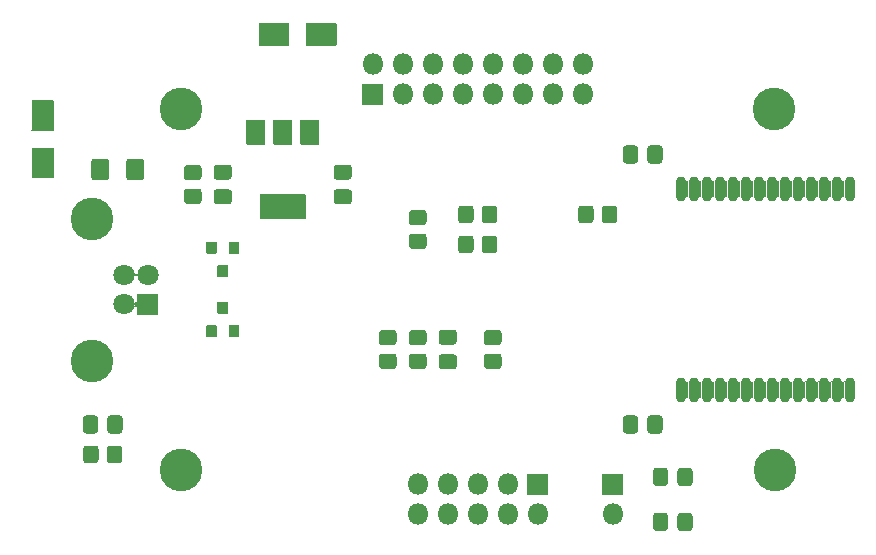
<source format=gbr>
G04 #@! TF.GenerationSoftware,KiCad,Pcbnew,(5.1.9)-1*
G04 #@! TF.CreationDate,2021-03-07T13:30:36+01:00*
G04 #@! TF.ProjectId,Minew MS88SF2 breakout,4d696e65-7720-44d5-9338-385346322062,rev?*
G04 #@! TF.SameCoordinates,Original*
G04 #@! TF.FileFunction,Soldermask,Top*
G04 #@! TF.FilePolarity,Negative*
%FSLAX46Y46*%
G04 Gerber Fmt 4.6, Leading zero omitted, Abs format (unit mm)*
G04 Created by KiCad (PCBNEW (5.1.9)-1) date 2021-03-07 13:30:36*
%MOMM*%
%LPD*%
G01*
G04 APERTURE LIST*
%ADD10O,1.802000X1.802000*%
%ADD11O,0.902000X2.102000*%
%ADD12C,3.602000*%
%ADD13C,1.802000*%
%ADD14C,0.100000*%
G04 APERTURE END LIST*
G36*
G01*
X-23650248Y9239000D02*
X-24609752Y9239000D01*
G75*
G02*
X-24881000Y9510248I0J271248D01*
G01*
X-24881000Y10269752D01*
G75*
G02*
X-24609752Y10541000I271248J0D01*
G01*
X-23650248Y10541000D01*
G75*
G02*
X-23379000Y10269752I0J-271248D01*
G01*
X-23379000Y9510248D01*
G75*
G02*
X-23650248Y9239000I-271248J0D01*
G01*
G37*
G36*
G01*
X-23650248Y7239000D02*
X-24609752Y7239000D01*
G75*
G02*
X-24881000Y7510248I0J271248D01*
G01*
X-24881000Y8269752D01*
G75*
G02*
X-24609752Y8541000I271248J0D01*
G01*
X-23650248Y8541000D01*
G75*
G02*
X-23379000Y8269752I0J-271248D01*
G01*
X-23379000Y7510248D01*
G75*
G02*
X-23650248Y7239000I-271248J0D01*
G01*
G37*
G36*
G01*
X13571000Y11934298D02*
X13571000Y10925702D01*
G75*
G02*
X13299298Y10654000I-271702J0D01*
G01*
X12565702Y10654000D01*
G75*
G02*
X12294000Y10925702I0J271702D01*
G01*
X12294000Y11934298D01*
G75*
G02*
X12565702Y12206000I271702J0D01*
G01*
X13299298Y12206000D01*
G75*
G02*
X13571000Y11934298I0J-271702D01*
G01*
G37*
G36*
G01*
X15646000Y11934298D02*
X15646000Y10925702D01*
G75*
G02*
X15374298Y10654000I-271702J0D01*
G01*
X14640702Y10654000D01*
G75*
G02*
X14369000Y10925702I0J271702D01*
G01*
X14369000Y11934298D01*
G75*
G02*
X14640702Y12206000I271702J0D01*
G01*
X15374298Y12206000D01*
G75*
G02*
X15646000Y11934298I0J-271702D01*
G01*
G37*
G36*
G01*
X13571000Y-10925702D02*
X13571000Y-11934298D01*
G75*
G02*
X13299298Y-12206000I-271702J0D01*
G01*
X12565702Y-12206000D01*
G75*
G02*
X12294000Y-11934298I0J271702D01*
G01*
X12294000Y-10925702D01*
G75*
G02*
X12565702Y-10654000I271702J0D01*
G01*
X13299298Y-10654000D01*
G75*
G02*
X13571000Y-10925702I0J-271702D01*
G01*
G37*
G36*
G01*
X15646000Y-10925702D02*
X15646000Y-11934298D01*
G75*
G02*
X15374298Y-12206000I-271702J0D01*
G01*
X14640702Y-12206000D01*
G75*
G02*
X14369000Y-11934298I0J271702D01*
G01*
X14369000Y-10925702D01*
G75*
G02*
X14640702Y-10654000I271702J0D01*
G01*
X15374298Y-10654000D01*
G75*
G02*
X15646000Y-10925702I0J-271702D01*
G01*
G37*
G36*
G01*
X-4600248Y5429000D02*
X-5559752Y5429000D01*
G75*
G02*
X-5831000Y5700248I0J271248D01*
G01*
X-5831000Y6459752D01*
G75*
G02*
X-5559752Y6731000I271248J0D01*
G01*
X-4600248Y6731000D01*
G75*
G02*
X-4329000Y6459752I0J-271248D01*
G01*
X-4329000Y5700248D01*
G75*
G02*
X-4600248Y5429000I-271248J0D01*
G01*
G37*
G36*
G01*
X-4600248Y3429000D02*
X-5559752Y3429000D01*
G75*
G02*
X-5831000Y3700248I0J271248D01*
G01*
X-5831000Y4459752D01*
G75*
G02*
X-5559752Y4731000I271248J0D01*
G01*
X-4600248Y4731000D01*
G75*
G02*
X-4329000Y4459752I0J-271248D01*
G01*
X-4329000Y3700248D01*
G75*
G02*
X-4600248Y3429000I-271248J0D01*
G01*
G37*
G36*
G01*
X-32099000Y-13490248D02*
X-32099000Y-14449752D01*
G75*
G02*
X-32370248Y-14721000I-271248J0D01*
G01*
X-33129752Y-14721000D01*
G75*
G02*
X-33401000Y-14449752I0J271248D01*
G01*
X-33401000Y-13490248D01*
G75*
G02*
X-33129752Y-13219000I271248J0D01*
G01*
X-32370248Y-13219000D01*
G75*
G02*
X-32099000Y-13490248I0J-271248D01*
G01*
G37*
G36*
G01*
X-30099000Y-13490248D02*
X-30099000Y-14449752D01*
G75*
G02*
X-30370248Y-14721000I-271248J0D01*
G01*
X-31129752Y-14721000D01*
G75*
G02*
X-31401000Y-14449752I0J271248D01*
G01*
X-31401000Y-13490248D01*
G75*
G02*
X-31129752Y-13219000I271248J0D01*
G01*
X-30370248Y-13219000D01*
G75*
G02*
X-30099000Y-13490248I0J-271248D01*
G01*
G37*
D10*
X8890000Y19050000D03*
X8890000Y16510000D03*
X6350000Y19050000D03*
X6350000Y16510000D03*
X3810000Y19050000D03*
X3810000Y16510000D03*
X1270000Y19050000D03*
X1270000Y16510000D03*
X-1270000Y19050000D03*
X-1270000Y16510000D03*
X-3810000Y19050000D03*
X-3810000Y16510000D03*
X-6350000Y19050000D03*
X-6350000Y16510000D03*
X-8890000Y19050000D03*
G36*
G01*
X-8040000Y15609000D02*
X-9740000Y15609000D01*
G75*
G02*
X-9791000Y15660000I0J51000D01*
G01*
X-9791000Y17360000D01*
G75*
G02*
X-9740000Y17411000I51000J0D01*
G01*
X-8040000Y17411000D01*
G75*
G02*
X-7989000Y17360000I0J-51000D01*
G01*
X-7989000Y15660000D01*
G75*
G02*
X-8040000Y15609000I-51000J0D01*
G01*
G37*
G36*
G01*
X-31351000Y-11934298D02*
X-31351000Y-10925702D01*
G75*
G02*
X-31079298Y-10654000I271702J0D01*
G01*
X-30345702Y-10654000D01*
G75*
G02*
X-30074000Y-10925702I0J-271702D01*
G01*
X-30074000Y-11934298D01*
G75*
G02*
X-30345702Y-12206000I-271702J0D01*
G01*
X-31079298Y-12206000D01*
G75*
G02*
X-31351000Y-11934298I0J271702D01*
G01*
G37*
G36*
G01*
X-33426000Y-11934298D02*
X-33426000Y-10925702D01*
G75*
G02*
X-33154298Y-10654000I271702J0D01*
G01*
X-32420702Y-10654000D01*
G75*
G02*
X-32149000Y-10925702I0J-271702D01*
G01*
X-32149000Y-11934298D01*
G75*
G02*
X-32420702Y-12206000I-271702J0D01*
G01*
X-33154298Y-12206000D01*
G75*
G02*
X-33426000Y-11934298I0J271702D01*
G01*
G37*
G36*
G01*
X790248Y-5429000D02*
X1749752Y-5429000D01*
G75*
G02*
X2021000Y-5700248I0J-271248D01*
G01*
X2021000Y-6459752D01*
G75*
G02*
X1749752Y-6731000I-271248J0D01*
G01*
X790248Y-6731000D01*
G75*
G02*
X519000Y-6459752I0J271248D01*
G01*
X519000Y-5700248D01*
G75*
G02*
X790248Y-5429000I271248J0D01*
G01*
G37*
G36*
G01*
X790248Y-3429000D02*
X1749752Y-3429000D01*
G75*
G02*
X2021000Y-3700248I0J-271248D01*
G01*
X2021000Y-4459752D01*
G75*
G02*
X1749752Y-4731000I-271248J0D01*
G01*
X790248Y-4731000D01*
G75*
G02*
X519000Y-4459752I0J271248D01*
G01*
X519000Y-3700248D01*
G75*
G02*
X790248Y-3429000I271248J0D01*
G01*
G37*
G36*
G01*
X9811000Y6829752D02*
X9811000Y5870248D01*
G75*
G02*
X9539752Y5599000I-271248J0D01*
G01*
X8780248Y5599000D01*
G75*
G02*
X8509000Y5870248I0J271248D01*
G01*
X8509000Y6829752D01*
G75*
G02*
X8780248Y7101000I271248J0D01*
G01*
X9539752Y7101000D01*
G75*
G02*
X9811000Y6829752I0J-271248D01*
G01*
G37*
G36*
G01*
X11811000Y6829752D02*
X11811000Y5870248D01*
G75*
G02*
X11539752Y5599000I-271248J0D01*
G01*
X10780248Y5599000D01*
G75*
G02*
X10509000Y5870248I0J271248D01*
G01*
X10509000Y6829752D01*
G75*
G02*
X10780248Y7101000I271248J0D01*
G01*
X11539752Y7101000D01*
G75*
G02*
X11811000Y6829752I0J-271248D01*
G01*
G37*
G36*
G01*
X349000Y5870248D02*
X349000Y6829752D01*
G75*
G02*
X620248Y7101000I271248J0D01*
G01*
X1379752Y7101000D01*
G75*
G02*
X1651000Y6829752I0J-271248D01*
G01*
X1651000Y5870248D01*
G75*
G02*
X1379752Y5599000I-271248J0D01*
G01*
X620248Y5599000D01*
G75*
G02*
X349000Y5870248I0J271248D01*
G01*
G37*
G36*
G01*
X-1651000Y5870248D02*
X-1651000Y6829752D01*
G75*
G02*
X-1379752Y7101000I271248J0D01*
G01*
X-620248Y7101000D01*
G75*
G02*
X-349000Y6829752I0J-271248D01*
G01*
X-349000Y5870248D01*
G75*
G02*
X-620248Y5599000I-271248J0D01*
G01*
X-1379752Y5599000D01*
G75*
G02*
X-1651000Y5870248I0J271248D01*
G01*
G37*
G36*
G01*
X349000Y3330248D02*
X349000Y4289752D01*
G75*
G02*
X620248Y4561000I271248J0D01*
G01*
X1379752Y4561000D01*
G75*
G02*
X1651000Y4289752I0J-271248D01*
G01*
X1651000Y3330248D01*
G75*
G02*
X1379752Y3059000I-271248J0D01*
G01*
X620248Y3059000D01*
G75*
G02*
X349000Y3330248I0J271248D01*
G01*
G37*
G36*
G01*
X-1651000Y3330248D02*
X-1651000Y4289752D01*
G75*
G02*
X-1379752Y4561000I271248J0D01*
G01*
X-620248Y4561000D01*
G75*
G02*
X-349000Y4289752I0J-271248D01*
G01*
X-349000Y3330248D01*
G75*
G02*
X-620248Y3059000I-271248J0D01*
G01*
X-1379752Y3059000D01*
G75*
G02*
X-1651000Y3330248I0J271248D01*
G01*
G37*
G36*
G01*
X-2035702Y-4681000D02*
X-3044298Y-4681000D01*
G75*
G02*
X-3316000Y-4409298I0J271702D01*
G01*
X-3316000Y-3675702D01*
G75*
G02*
X-3044298Y-3404000I271702J0D01*
G01*
X-2035702Y-3404000D01*
G75*
G02*
X-1764000Y-3675702I0J-271702D01*
G01*
X-1764000Y-4409298D01*
G75*
G02*
X-2035702Y-4681000I-271702J0D01*
G01*
G37*
G36*
G01*
X-2035702Y-6756000D02*
X-3044298Y-6756000D01*
G75*
G02*
X-3316000Y-6484298I0J271702D01*
G01*
X-3316000Y-5750702D01*
G75*
G02*
X-3044298Y-5479000I271702J0D01*
G01*
X-2035702Y-5479000D01*
G75*
G02*
X-1764000Y-5750702I0J-271702D01*
G01*
X-1764000Y-6484298D01*
G75*
G02*
X-2035702Y-6756000I-271702J0D01*
G01*
G37*
G36*
G01*
X-8099752Y-5429000D02*
X-7140248Y-5429000D01*
G75*
G02*
X-6869000Y-5700248I0J-271248D01*
G01*
X-6869000Y-6459752D01*
G75*
G02*
X-7140248Y-6731000I-271248J0D01*
G01*
X-8099752Y-6731000D01*
G75*
G02*
X-8371000Y-6459752I0J271248D01*
G01*
X-8371000Y-5700248D01*
G75*
G02*
X-8099752Y-5429000I271248J0D01*
G01*
G37*
G36*
G01*
X-8099752Y-3429000D02*
X-7140248Y-3429000D01*
G75*
G02*
X-6869000Y-3700248I0J-271248D01*
G01*
X-6869000Y-4459752D01*
G75*
G02*
X-7140248Y-4731000I-271248J0D01*
G01*
X-8099752Y-4731000D01*
G75*
G02*
X-8371000Y-4459752I0J271248D01*
G01*
X-8371000Y-3700248D01*
G75*
G02*
X-8099752Y-3429000I271248J0D01*
G01*
G37*
G36*
G01*
X-4600248Y-4731000D02*
X-5559752Y-4731000D01*
G75*
G02*
X-5831000Y-4459752I0J271248D01*
G01*
X-5831000Y-3700248D01*
G75*
G02*
X-5559752Y-3429000I271248J0D01*
G01*
X-4600248Y-3429000D01*
G75*
G02*
X-4329000Y-3700248I0J-271248D01*
G01*
X-4329000Y-4459752D01*
G75*
G02*
X-4600248Y-4731000I-271248J0D01*
G01*
G37*
G36*
G01*
X-4600248Y-6731000D02*
X-5559752Y-6731000D01*
G75*
G02*
X-5831000Y-6459752I0J271248D01*
G01*
X-5831000Y-5700248D01*
G75*
G02*
X-5559752Y-5429000I271248J0D01*
G01*
X-4600248Y-5429000D01*
G75*
G02*
X-4329000Y-5700248I0J-271248D01*
G01*
X-4329000Y-6459752D01*
G75*
G02*
X-4600248Y-6731000I-271248J0D01*
G01*
G37*
G36*
G01*
X-14960000Y14361000D02*
X-13460000Y14361000D01*
G75*
G02*
X-13409000Y14310000I0J-51000D01*
G01*
X-13409000Y12310000D01*
G75*
G02*
X-13460000Y12259000I-51000J0D01*
G01*
X-14960000Y12259000D01*
G75*
G02*
X-15011000Y12310000I0J51000D01*
G01*
X-15011000Y14310000D01*
G75*
G02*
X-14960000Y14361000I51000J0D01*
G01*
G37*
G36*
G01*
X-19560000Y14361000D02*
X-18060000Y14361000D01*
G75*
G02*
X-18009000Y14310000I0J-51000D01*
G01*
X-18009000Y12310000D01*
G75*
G02*
X-18060000Y12259000I-51000J0D01*
G01*
X-19560000Y12259000D01*
G75*
G02*
X-19611000Y12310000I0J51000D01*
G01*
X-19611000Y14310000D01*
G75*
G02*
X-19560000Y14361000I51000J0D01*
G01*
G37*
G36*
G01*
X-17260000Y14361000D02*
X-15760000Y14361000D01*
G75*
G02*
X-15709000Y14310000I0J-51000D01*
G01*
X-15709000Y12310000D01*
G75*
G02*
X-15760000Y12259000I-51000J0D01*
G01*
X-17260000Y12259000D01*
G75*
G02*
X-17311000Y12310000I0J51000D01*
G01*
X-17311000Y14310000D01*
G75*
G02*
X-17260000Y14361000I51000J0D01*
G01*
G37*
G36*
G01*
X-18410000Y8061000D02*
X-14610000Y8061000D01*
G75*
G02*
X-14559000Y8010000I0J-51000D01*
G01*
X-14559000Y6010000D01*
G75*
G02*
X-14610000Y5959000I-51000J0D01*
G01*
X-18410000Y5959000D01*
G75*
G02*
X-18461000Y6010000I0J51000D01*
G01*
X-18461000Y8010000D01*
G75*
G02*
X-18410000Y8061000I51000J0D01*
G01*
G37*
X11430000Y-19050000D03*
G36*
G01*
X10529000Y-17360000D02*
X10529000Y-15660000D01*
G75*
G02*
X10580000Y-15609000I51000J0D01*
G01*
X12280000Y-15609000D01*
G75*
G02*
X12331000Y-15660000I0J-51000D01*
G01*
X12331000Y-17360000D01*
G75*
G02*
X12280000Y-17411000I-51000J0D01*
G01*
X10580000Y-17411000D01*
G75*
G02*
X10529000Y-17360000I0J51000D01*
G01*
G37*
G36*
G01*
X-31204000Y10818106D02*
X-31204000Y9501894D01*
G75*
G02*
X-31471894Y9234000I-267894J0D01*
G01*
X-32463106Y9234000D01*
G75*
G02*
X-32731000Y9501894I0J267894D01*
G01*
X-32731000Y10818106D01*
G75*
G02*
X-32463106Y11086000I267894J0D01*
G01*
X-31471894Y11086000D01*
G75*
G02*
X-31204000Y10818106I0J-267894D01*
G01*
G37*
G36*
G01*
X-28229000Y10818106D02*
X-28229000Y9501894D01*
G75*
G02*
X-28496894Y9234000I-267894J0D01*
G01*
X-29488106Y9234000D01*
G75*
G02*
X-29756000Y9501894I0J267894D01*
G01*
X-29756000Y10818106D01*
G75*
G02*
X-29488106Y11086000I267894J0D01*
G01*
X-28496894Y11086000D01*
G75*
G02*
X-28229000Y10818106I0J-267894D01*
G01*
G37*
G36*
G01*
X-21990000Y2041000D02*
X-21190000Y2041000D01*
G75*
G02*
X-21139000Y1990000I0J-51000D01*
G01*
X-21139000Y1090000D01*
G75*
G02*
X-21190000Y1039000I-51000J0D01*
G01*
X-21990000Y1039000D01*
G75*
G02*
X-22041000Y1090000I0J51000D01*
G01*
X-22041000Y1990000D01*
G75*
G02*
X-21990000Y2041000I51000J0D01*
G01*
G37*
G36*
G01*
X-22940000Y4041000D02*
X-22140000Y4041000D01*
G75*
G02*
X-22089000Y3990000I0J-51000D01*
G01*
X-22089000Y3090000D01*
G75*
G02*
X-22140000Y3039000I-51000J0D01*
G01*
X-22940000Y3039000D01*
G75*
G02*
X-22991000Y3090000I0J51000D01*
G01*
X-22991000Y3990000D01*
G75*
G02*
X-22940000Y4041000I51000J0D01*
G01*
G37*
G36*
G01*
X-21040000Y4041000D02*
X-20240000Y4041000D01*
G75*
G02*
X-20189000Y3990000I0J-51000D01*
G01*
X-20189000Y3090000D01*
G75*
G02*
X-20240000Y3039000I-51000J0D01*
G01*
X-21040000Y3039000D01*
G75*
G02*
X-21091000Y3090000I0J51000D01*
G01*
X-21091000Y3990000D01*
G75*
G02*
X-21040000Y4041000I51000J0D01*
G01*
G37*
G36*
G01*
X-21190000Y-2041000D02*
X-21990000Y-2041000D01*
G75*
G02*
X-22041000Y-1990000I0J51000D01*
G01*
X-22041000Y-1090000D01*
G75*
G02*
X-21990000Y-1039000I51000J0D01*
G01*
X-21190000Y-1039000D01*
G75*
G02*
X-21139000Y-1090000I0J-51000D01*
G01*
X-21139000Y-1990000D01*
G75*
G02*
X-21190000Y-2041000I-51000J0D01*
G01*
G37*
G36*
G01*
X-20240000Y-4041000D02*
X-21040000Y-4041000D01*
G75*
G02*
X-21091000Y-3990000I0J51000D01*
G01*
X-21091000Y-3090000D01*
G75*
G02*
X-21040000Y-3039000I51000J0D01*
G01*
X-20240000Y-3039000D01*
G75*
G02*
X-20189000Y-3090000I0J-51000D01*
G01*
X-20189000Y-3990000D01*
G75*
G02*
X-20240000Y-4041000I-51000J0D01*
G01*
G37*
G36*
G01*
X-22140000Y-4041000D02*
X-22940000Y-4041000D01*
G75*
G02*
X-22991000Y-3990000I0J51000D01*
G01*
X-22991000Y-3090000D01*
G75*
G02*
X-22940000Y-3039000I51000J0D01*
G01*
X-22140000Y-3039000D01*
G75*
G02*
X-22089000Y-3090000I0J-51000D01*
G01*
X-22089000Y-3990000D01*
G75*
G02*
X-22140000Y-4041000I-51000J0D01*
G01*
G37*
G36*
G01*
X-14541000Y20690000D02*
X-14541000Y22490000D01*
G75*
G02*
X-14490000Y22541000I51000J0D01*
G01*
X-11990000Y22541000D01*
G75*
G02*
X-11939000Y22490000I0J-51000D01*
G01*
X-11939000Y20690000D01*
G75*
G02*
X-11990000Y20639000I-51000J0D01*
G01*
X-14490000Y20639000D01*
G75*
G02*
X-14541000Y20690000I0J51000D01*
G01*
G37*
G36*
G01*
X-18541000Y20690000D02*
X-18541000Y22490000D01*
G75*
G02*
X-18490000Y22541000I51000J0D01*
G01*
X-15990000Y22541000D01*
G75*
G02*
X-15939000Y22490000I0J-51000D01*
G01*
X-15939000Y20690000D01*
G75*
G02*
X-15990000Y20639000I-51000J0D01*
G01*
X-18490000Y20639000D01*
G75*
G02*
X-18541000Y20690000I0J51000D01*
G01*
G37*
G36*
G01*
X-37730000Y12001000D02*
X-35930000Y12001000D01*
G75*
G02*
X-35879000Y11950000I0J-51000D01*
G01*
X-35879000Y9450000D01*
G75*
G02*
X-35930000Y9399000I-51000J0D01*
G01*
X-37730000Y9399000D01*
G75*
G02*
X-37781000Y9450000I0J51000D01*
G01*
X-37781000Y11950000D01*
G75*
G02*
X-37730000Y12001000I51000J0D01*
G01*
G37*
G36*
G01*
X-37730000Y16001000D02*
X-35930000Y16001000D01*
G75*
G02*
X-35879000Y15950000I0J-51000D01*
G01*
X-35879000Y13450000D01*
G75*
G02*
X-35930000Y13399000I-51000J0D01*
G01*
X-37730000Y13399000D01*
G75*
G02*
X-37781000Y13450000I0J51000D01*
G01*
X-37781000Y15950000D01*
G75*
G02*
X-37730000Y16001000I51000J0D01*
G01*
G37*
G36*
G01*
X16909000Y-16379298D02*
X16909000Y-15370702D01*
G75*
G02*
X17180702Y-15099000I271702J0D01*
G01*
X17914298Y-15099000D01*
G75*
G02*
X18186000Y-15370702I0J-271702D01*
G01*
X18186000Y-16379298D01*
G75*
G02*
X17914298Y-16651000I-271702J0D01*
G01*
X17180702Y-16651000D01*
G75*
G02*
X16909000Y-16379298I0J271702D01*
G01*
G37*
G36*
G01*
X14834000Y-16379298D02*
X14834000Y-15370702D01*
G75*
G02*
X15105702Y-15099000I271702J0D01*
G01*
X15839298Y-15099000D01*
G75*
G02*
X16111000Y-15370702I0J-271702D01*
G01*
X16111000Y-16379298D01*
G75*
G02*
X15839298Y-16651000I-271702J0D01*
G01*
X15105702Y-16651000D01*
G75*
G02*
X14834000Y-16379298I0J271702D01*
G01*
G37*
G36*
G01*
X16909000Y-20189298D02*
X16909000Y-19180702D01*
G75*
G02*
X17180702Y-18909000I271702J0D01*
G01*
X17914298Y-18909000D01*
G75*
G02*
X18186000Y-19180702I0J-271702D01*
G01*
X18186000Y-20189298D01*
G75*
G02*
X17914298Y-20461000I-271702J0D01*
G01*
X17180702Y-20461000D01*
G75*
G02*
X16909000Y-20189298I0J271702D01*
G01*
G37*
G36*
G01*
X14834000Y-20189298D02*
X14834000Y-19180702D01*
G75*
G02*
X15105702Y-18909000I271702J0D01*
G01*
X15839298Y-18909000D01*
G75*
G02*
X16111000Y-19180702I0J-271702D01*
G01*
X16111000Y-20189298D01*
G75*
G02*
X15839298Y-20461000I-271702J0D01*
G01*
X15105702Y-20461000D01*
G75*
G02*
X14834000Y-20189298I0J271702D01*
G01*
G37*
G36*
G01*
X-10925702Y9289000D02*
X-11934298Y9289000D01*
G75*
G02*
X-12206000Y9560702I0J271702D01*
G01*
X-12206000Y10294298D01*
G75*
G02*
X-11934298Y10566000I271702J0D01*
G01*
X-10925702Y10566000D01*
G75*
G02*
X-10654000Y10294298I0J-271702D01*
G01*
X-10654000Y9560702D01*
G75*
G02*
X-10925702Y9289000I-271702J0D01*
G01*
G37*
G36*
G01*
X-10925702Y7214000D02*
X-11934298Y7214000D01*
G75*
G02*
X-12206000Y7485702I0J271702D01*
G01*
X-12206000Y8219298D01*
G75*
G02*
X-11934298Y8491000I271702J0D01*
G01*
X-10925702Y8491000D01*
G75*
G02*
X-10654000Y8219298I0J-271702D01*
G01*
X-10654000Y7485702D01*
G75*
G02*
X-10925702Y7214000I-271702J0D01*
G01*
G37*
G36*
G01*
X-22094298Y8491000D02*
X-21085702Y8491000D01*
G75*
G02*
X-20814000Y8219298I0J-271702D01*
G01*
X-20814000Y7485702D01*
G75*
G02*
X-21085702Y7214000I-271702J0D01*
G01*
X-22094298Y7214000D01*
G75*
G02*
X-22366000Y7485702I0J271702D01*
G01*
X-22366000Y8219298D01*
G75*
G02*
X-22094298Y8491000I271702J0D01*
G01*
G37*
G36*
G01*
X-22094298Y10566000D02*
X-21085702Y10566000D01*
G75*
G02*
X-20814000Y10294298I0J-271702D01*
G01*
X-20814000Y9560702D01*
G75*
G02*
X-21085702Y9289000I-271702J0D01*
G01*
X-22094298Y9289000D01*
G75*
G02*
X-22366000Y9560702I0J271702D01*
G01*
X-22366000Y10294298D01*
G75*
G02*
X-22094298Y10566000I271702J0D01*
G01*
G37*
X-5080000Y-19050000D03*
X-5080000Y-16510000D03*
X-2540000Y-19050000D03*
X-2540000Y-16510000D03*
X0Y-19050000D03*
X0Y-16510000D03*
X2540000Y-19050000D03*
X2540000Y-16510000D03*
X5080000Y-19050000D03*
G36*
G01*
X4230000Y-15609000D02*
X5930000Y-15609000D01*
G75*
G02*
X5981000Y-15660000I0J-51000D01*
G01*
X5981000Y-17360000D01*
G75*
G02*
X5930000Y-17411000I-51000J0D01*
G01*
X4230000Y-17411000D01*
G75*
G02*
X4179000Y-17360000I0J51000D01*
G01*
X4179000Y-15660000D01*
G75*
G02*
X4230000Y-15609000I51000J0D01*
G01*
G37*
D11*
X29285000Y-8500000D03*
X28185000Y-8500000D03*
X27085000Y-8500000D03*
X25985000Y-8500000D03*
X24885000Y-8500000D03*
X23785000Y-8500000D03*
X22685000Y-8500000D03*
X21585000Y-8500000D03*
X20485000Y-8500000D03*
X19385000Y-8500000D03*
X18285000Y-8500000D03*
X31485000Y-8500000D03*
X30385000Y-8500000D03*
X31485000Y8500000D03*
X30385000Y8500000D03*
X29285000Y8500000D03*
X28185000Y8500000D03*
X27085000Y8500000D03*
X25985000Y8500000D03*
X24885000Y8500000D03*
X23785000Y8500000D03*
X22685000Y8500000D03*
X21585000Y8500000D03*
X20485000Y8500000D03*
X19385000Y8500000D03*
X18285000Y8500000D03*
X17185000Y8500000D03*
X17185000Y-8500000D03*
D12*
X-32650000Y6000000D03*
X-32650000Y-6040000D03*
D13*
X-29940000Y-1270000D03*
X-29940000Y1230000D03*
X-27940000Y1230000D03*
G36*
G01*
X-27039000Y-420000D02*
X-27039000Y-2120000D01*
G75*
G02*
X-27090000Y-2171000I-51000J0D01*
G01*
X-28790000Y-2171000D01*
G75*
G02*
X-28841000Y-2120000I0J51000D01*
G01*
X-28841000Y-420000D01*
G75*
G02*
X-28790000Y-369000I51000J0D01*
G01*
X-27090000Y-369000D01*
G75*
G02*
X-27039000Y-420000I0J-51000D01*
G01*
G37*
D12*
X25135000Y-15255000D03*
X25065000Y15255000D03*
X-25135000Y-15255000D03*
X-25135000Y15255000D03*
D14*
G36*
X20053853Y-7779154D02*
G01*
X20054180Y-7780952D01*
X20044637Y-7812409D01*
X20036001Y-7900094D01*
X20036000Y-9099906D01*
X20044636Y-9187590D01*
X20054180Y-9219052D01*
X20053726Y-9221000D01*
X20051812Y-9221581D01*
X20050418Y-9220398D01*
X20043466Y-9203616D01*
X20030072Y-9183569D01*
X20013025Y-9166522D01*
X19992977Y-9153127D01*
X19970704Y-9143901D01*
X19947053Y-9139196D01*
X19922947Y-9139196D01*
X19899297Y-9143900D01*
X19877023Y-9153127D01*
X19856976Y-9166521D01*
X19839929Y-9183568D01*
X19826534Y-9203616D01*
X19819582Y-9220398D01*
X19817995Y-9221616D01*
X19816147Y-9220851D01*
X19815820Y-9219052D01*
X19825364Y-9187591D01*
X19834000Y-9099906D01*
X19834000Y-7900094D01*
X19825364Y-7812409D01*
X19815818Y-7780941D01*
X19816272Y-7778993D01*
X19818186Y-7778412D01*
X19819580Y-7779595D01*
X19826535Y-7796385D01*
X19839930Y-7816433D01*
X19856977Y-7833480D01*
X19877024Y-7846874D01*
X19899298Y-7856101D01*
X19922948Y-7860805D01*
X19947054Y-7860805D01*
X19970705Y-7856100D01*
X19992978Y-7846874D01*
X20013026Y-7833479D01*
X20030073Y-7816432D01*
X20043467Y-7796385D01*
X20050418Y-7779606D01*
X20052005Y-7778388D01*
X20053853Y-7779154D01*
G37*
G36*
X26653853Y-7779154D02*
G01*
X26654180Y-7780952D01*
X26644637Y-7812409D01*
X26636001Y-7900094D01*
X26636000Y-9099906D01*
X26644636Y-9187590D01*
X26654180Y-9219052D01*
X26653726Y-9221000D01*
X26651812Y-9221581D01*
X26650418Y-9220398D01*
X26643466Y-9203616D01*
X26630072Y-9183569D01*
X26613025Y-9166522D01*
X26592977Y-9153127D01*
X26570704Y-9143901D01*
X26547053Y-9139196D01*
X26522947Y-9139196D01*
X26499297Y-9143900D01*
X26477023Y-9153127D01*
X26456976Y-9166521D01*
X26439929Y-9183568D01*
X26426534Y-9203616D01*
X26419582Y-9220398D01*
X26417995Y-9221616D01*
X26416147Y-9220851D01*
X26415820Y-9219052D01*
X26425364Y-9187591D01*
X26434000Y-9099906D01*
X26434000Y-7900094D01*
X26425364Y-7812409D01*
X26415818Y-7780941D01*
X26416272Y-7778993D01*
X26418186Y-7778412D01*
X26419580Y-7779595D01*
X26426535Y-7796385D01*
X26439930Y-7816433D01*
X26456977Y-7833480D01*
X26477024Y-7846874D01*
X26499298Y-7856101D01*
X26522948Y-7860805D01*
X26547054Y-7860805D01*
X26570705Y-7856100D01*
X26592978Y-7846874D01*
X26613026Y-7833479D01*
X26630073Y-7816432D01*
X26643467Y-7796385D01*
X26650418Y-7779606D01*
X26652005Y-7778388D01*
X26653853Y-7779154D01*
G37*
G36*
X25553853Y-7779154D02*
G01*
X25554180Y-7780952D01*
X25544637Y-7812409D01*
X25536001Y-7900094D01*
X25536000Y-9099906D01*
X25544636Y-9187590D01*
X25554180Y-9219052D01*
X25553726Y-9221000D01*
X25551812Y-9221581D01*
X25550418Y-9220398D01*
X25543466Y-9203616D01*
X25530072Y-9183569D01*
X25513025Y-9166522D01*
X25492977Y-9153127D01*
X25470704Y-9143901D01*
X25447053Y-9139196D01*
X25422947Y-9139196D01*
X25399297Y-9143900D01*
X25377023Y-9153127D01*
X25356976Y-9166521D01*
X25339929Y-9183568D01*
X25326534Y-9203616D01*
X25319582Y-9220398D01*
X25317995Y-9221616D01*
X25316147Y-9220851D01*
X25315820Y-9219052D01*
X25325364Y-9187591D01*
X25334000Y-9099906D01*
X25334000Y-7900094D01*
X25325364Y-7812409D01*
X25315818Y-7780941D01*
X25316272Y-7778993D01*
X25318186Y-7778412D01*
X25319580Y-7779595D01*
X25326535Y-7796385D01*
X25339930Y-7816433D01*
X25356977Y-7833480D01*
X25377024Y-7846874D01*
X25399298Y-7856101D01*
X25422948Y-7860805D01*
X25447054Y-7860805D01*
X25470705Y-7856100D01*
X25492978Y-7846874D01*
X25513026Y-7833479D01*
X25530073Y-7816432D01*
X25543467Y-7796385D01*
X25550418Y-7779606D01*
X25552005Y-7778388D01*
X25553853Y-7779154D01*
G37*
G36*
X31053853Y-7779154D02*
G01*
X31054180Y-7780952D01*
X31044637Y-7812409D01*
X31036001Y-7900094D01*
X31036000Y-9099906D01*
X31044636Y-9187590D01*
X31054180Y-9219052D01*
X31053726Y-9221000D01*
X31051812Y-9221581D01*
X31050418Y-9220398D01*
X31043466Y-9203616D01*
X31030072Y-9183569D01*
X31013025Y-9166522D01*
X30992977Y-9153127D01*
X30970704Y-9143901D01*
X30947053Y-9139196D01*
X30922947Y-9139196D01*
X30899297Y-9143900D01*
X30877023Y-9153127D01*
X30856976Y-9166521D01*
X30839929Y-9183568D01*
X30826534Y-9203616D01*
X30819582Y-9220398D01*
X30817995Y-9221616D01*
X30816147Y-9220851D01*
X30815820Y-9219052D01*
X30825364Y-9187591D01*
X30834000Y-9099906D01*
X30834000Y-7900094D01*
X30825364Y-7812409D01*
X30815818Y-7780941D01*
X30816272Y-7778993D01*
X30818186Y-7778412D01*
X30819580Y-7779595D01*
X30826535Y-7796385D01*
X30839930Y-7816433D01*
X30856977Y-7833480D01*
X30877024Y-7846874D01*
X30899298Y-7856101D01*
X30922948Y-7860805D01*
X30947054Y-7860805D01*
X30970705Y-7856100D01*
X30992978Y-7846874D01*
X31013026Y-7833479D01*
X31030073Y-7816432D01*
X31043467Y-7796385D01*
X31050418Y-7779606D01*
X31052005Y-7778388D01*
X31053853Y-7779154D01*
G37*
G36*
X18953853Y-7779154D02*
G01*
X18954180Y-7780952D01*
X18944637Y-7812409D01*
X18936001Y-7900094D01*
X18936000Y-9099906D01*
X18944636Y-9187590D01*
X18954180Y-9219052D01*
X18953726Y-9221000D01*
X18951812Y-9221581D01*
X18950418Y-9220398D01*
X18943466Y-9203616D01*
X18930072Y-9183569D01*
X18913025Y-9166522D01*
X18892977Y-9153127D01*
X18870704Y-9143901D01*
X18847053Y-9139196D01*
X18822947Y-9139196D01*
X18799297Y-9143900D01*
X18777023Y-9153127D01*
X18756976Y-9166521D01*
X18739929Y-9183568D01*
X18726534Y-9203616D01*
X18719582Y-9220398D01*
X18717995Y-9221616D01*
X18716147Y-9220851D01*
X18715820Y-9219052D01*
X18725364Y-9187591D01*
X18734000Y-9099906D01*
X18734000Y-7900094D01*
X18725364Y-7812409D01*
X18715818Y-7780941D01*
X18716272Y-7778993D01*
X18718186Y-7778412D01*
X18719580Y-7779595D01*
X18726535Y-7796385D01*
X18739930Y-7816433D01*
X18756977Y-7833480D01*
X18777024Y-7846874D01*
X18799298Y-7856101D01*
X18822948Y-7860805D01*
X18847054Y-7860805D01*
X18870705Y-7856100D01*
X18892978Y-7846874D01*
X18913026Y-7833479D01*
X18930073Y-7816432D01*
X18943467Y-7796385D01*
X18950418Y-7779606D01*
X18952005Y-7778388D01*
X18953853Y-7779154D01*
G37*
G36*
X22253853Y-7779154D02*
G01*
X22254180Y-7780952D01*
X22244637Y-7812409D01*
X22236001Y-7900094D01*
X22236000Y-9099906D01*
X22244636Y-9187590D01*
X22254180Y-9219052D01*
X22253726Y-9221000D01*
X22251812Y-9221581D01*
X22250418Y-9220398D01*
X22243466Y-9203616D01*
X22230072Y-9183569D01*
X22213025Y-9166522D01*
X22192977Y-9153127D01*
X22170704Y-9143901D01*
X22147053Y-9139196D01*
X22122947Y-9139196D01*
X22099297Y-9143900D01*
X22077023Y-9153127D01*
X22056976Y-9166521D01*
X22039929Y-9183568D01*
X22026534Y-9203616D01*
X22019582Y-9220398D01*
X22017995Y-9221616D01*
X22016147Y-9220851D01*
X22015820Y-9219052D01*
X22025364Y-9187591D01*
X22034000Y-9099906D01*
X22034000Y-7900094D01*
X22025364Y-7812409D01*
X22015818Y-7780941D01*
X22016272Y-7778993D01*
X22018186Y-7778412D01*
X22019580Y-7779595D01*
X22026535Y-7796385D01*
X22039930Y-7816433D01*
X22056977Y-7833480D01*
X22077024Y-7846874D01*
X22099298Y-7856101D01*
X22122948Y-7860805D01*
X22147054Y-7860805D01*
X22170705Y-7856100D01*
X22192978Y-7846874D01*
X22213026Y-7833479D01*
X22230073Y-7816432D01*
X22243467Y-7796385D01*
X22250418Y-7779606D01*
X22252005Y-7778388D01*
X22253853Y-7779154D01*
G37*
G36*
X28853853Y-7779154D02*
G01*
X28854180Y-7780952D01*
X28844637Y-7812409D01*
X28836001Y-7900094D01*
X28836000Y-9099906D01*
X28844636Y-9187590D01*
X28854180Y-9219052D01*
X28853726Y-9221000D01*
X28851812Y-9221581D01*
X28850418Y-9220398D01*
X28843466Y-9203616D01*
X28830072Y-9183569D01*
X28813025Y-9166522D01*
X28792977Y-9153127D01*
X28770704Y-9143901D01*
X28747053Y-9139196D01*
X28722947Y-9139196D01*
X28699297Y-9143900D01*
X28677023Y-9153127D01*
X28656976Y-9166521D01*
X28639929Y-9183568D01*
X28626534Y-9203616D01*
X28619582Y-9220398D01*
X28617995Y-9221616D01*
X28616147Y-9220851D01*
X28615820Y-9219052D01*
X28625364Y-9187591D01*
X28634000Y-9099906D01*
X28634000Y-7900094D01*
X28625364Y-7812409D01*
X28615818Y-7780941D01*
X28616272Y-7778993D01*
X28618186Y-7778412D01*
X28619580Y-7779595D01*
X28626535Y-7796385D01*
X28639930Y-7816433D01*
X28656977Y-7833480D01*
X28677024Y-7846874D01*
X28699298Y-7856101D01*
X28722948Y-7860805D01*
X28747054Y-7860805D01*
X28770705Y-7856100D01*
X28792978Y-7846874D01*
X28813026Y-7833479D01*
X28830073Y-7816432D01*
X28843467Y-7796385D01*
X28850418Y-7779606D01*
X28852005Y-7778388D01*
X28853853Y-7779154D01*
G37*
G36*
X27753853Y-7779154D02*
G01*
X27754180Y-7780952D01*
X27744637Y-7812409D01*
X27736001Y-7900094D01*
X27736000Y-9099906D01*
X27744636Y-9187590D01*
X27754180Y-9219052D01*
X27753726Y-9221000D01*
X27751812Y-9221581D01*
X27750418Y-9220398D01*
X27743466Y-9203616D01*
X27730072Y-9183569D01*
X27713025Y-9166522D01*
X27692977Y-9153127D01*
X27670704Y-9143901D01*
X27647053Y-9139196D01*
X27622947Y-9139196D01*
X27599297Y-9143900D01*
X27577023Y-9153127D01*
X27556976Y-9166521D01*
X27539929Y-9183568D01*
X27526534Y-9203616D01*
X27519582Y-9220398D01*
X27517995Y-9221616D01*
X27516147Y-9220851D01*
X27515820Y-9219052D01*
X27525364Y-9187591D01*
X27534000Y-9099906D01*
X27534000Y-7900094D01*
X27525364Y-7812409D01*
X27515818Y-7780941D01*
X27516272Y-7778993D01*
X27518186Y-7778412D01*
X27519580Y-7779595D01*
X27526535Y-7796385D01*
X27539930Y-7816433D01*
X27556977Y-7833480D01*
X27577024Y-7846874D01*
X27599298Y-7856101D01*
X27622948Y-7860805D01*
X27647054Y-7860805D01*
X27670705Y-7856100D01*
X27692978Y-7846874D01*
X27713026Y-7833479D01*
X27730073Y-7816432D01*
X27743467Y-7796385D01*
X27750418Y-7779606D01*
X27752005Y-7778388D01*
X27753853Y-7779154D01*
G37*
G36*
X23353853Y-7779154D02*
G01*
X23354180Y-7780952D01*
X23344637Y-7812409D01*
X23336001Y-7900094D01*
X23336000Y-9099906D01*
X23344636Y-9187590D01*
X23354180Y-9219052D01*
X23353726Y-9221000D01*
X23351812Y-9221581D01*
X23350418Y-9220398D01*
X23343466Y-9203616D01*
X23330072Y-9183569D01*
X23313025Y-9166522D01*
X23292977Y-9153127D01*
X23270704Y-9143901D01*
X23247053Y-9139196D01*
X23222947Y-9139196D01*
X23199297Y-9143900D01*
X23177023Y-9153127D01*
X23156976Y-9166521D01*
X23139929Y-9183568D01*
X23126534Y-9203616D01*
X23119582Y-9220398D01*
X23117995Y-9221616D01*
X23116147Y-9220851D01*
X23115820Y-9219052D01*
X23125364Y-9187591D01*
X23134000Y-9099906D01*
X23134000Y-7900094D01*
X23125364Y-7812409D01*
X23115818Y-7780941D01*
X23116272Y-7778993D01*
X23118186Y-7778412D01*
X23119580Y-7779595D01*
X23126535Y-7796385D01*
X23139930Y-7816433D01*
X23156977Y-7833480D01*
X23177024Y-7846874D01*
X23199298Y-7856101D01*
X23222948Y-7860805D01*
X23247054Y-7860805D01*
X23270705Y-7856100D01*
X23292978Y-7846874D01*
X23313026Y-7833479D01*
X23330073Y-7816432D01*
X23343467Y-7796385D01*
X23350418Y-7779606D01*
X23352005Y-7778388D01*
X23353853Y-7779154D01*
G37*
G36*
X24453853Y-7779154D02*
G01*
X24454180Y-7780952D01*
X24444637Y-7812409D01*
X24436001Y-7900094D01*
X24436000Y-9099906D01*
X24444636Y-9187590D01*
X24454180Y-9219052D01*
X24453726Y-9221000D01*
X24451812Y-9221581D01*
X24450418Y-9220398D01*
X24443466Y-9203616D01*
X24430072Y-9183569D01*
X24413025Y-9166522D01*
X24392977Y-9153127D01*
X24370704Y-9143901D01*
X24347053Y-9139196D01*
X24322947Y-9139196D01*
X24299297Y-9143900D01*
X24277023Y-9153127D01*
X24256976Y-9166521D01*
X24239929Y-9183568D01*
X24226534Y-9203616D01*
X24219582Y-9220398D01*
X24217995Y-9221616D01*
X24216147Y-9220851D01*
X24215820Y-9219052D01*
X24225364Y-9187591D01*
X24234000Y-9099906D01*
X24234000Y-7900094D01*
X24225364Y-7812409D01*
X24215818Y-7780941D01*
X24216272Y-7778993D01*
X24218186Y-7778412D01*
X24219580Y-7779595D01*
X24226535Y-7796385D01*
X24239930Y-7816433D01*
X24256977Y-7833480D01*
X24277024Y-7846874D01*
X24299298Y-7856101D01*
X24322948Y-7860805D01*
X24347054Y-7860805D01*
X24370705Y-7856100D01*
X24392978Y-7846874D01*
X24413026Y-7833479D01*
X24430073Y-7816432D01*
X24443467Y-7796385D01*
X24450418Y-7779606D01*
X24452005Y-7778388D01*
X24453853Y-7779154D01*
G37*
G36*
X21153853Y-7779154D02*
G01*
X21154180Y-7780952D01*
X21144637Y-7812409D01*
X21136001Y-7900094D01*
X21136000Y-9099906D01*
X21144636Y-9187590D01*
X21154180Y-9219052D01*
X21153726Y-9221000D01*
X21151812Y-9221581D01*
X21150418Y-9220398D01*
X21143466Y-9203616D01*
X21130072Y-9183569D01*
X21113025Y-9166522D01*
X21092977Y-9153127D01*
X21070704Y-9143901D01*
X21047053Y-9139196D01*
X21022947Y-9139196D01*
X20999297Y-9143900D01*
X20977023Y-9153127D01*
X20956976Y-9166521D01*
X20939929Y-9183568D01*
X20926534Y-9203616D01*
X20919582Y-9220398D01*
X20917995Y-9221616D01*
X20916147Y-9220851D01*
X20915820Y-9219052D01*
X20925364Y-9187591D01*
X20934000Y-9099906D01*
X20934000Y-7900094D01*
X20925364Y-7812409D01*
X20915818Y-7780941D01*
X20916272Y-7778993D01*
X20918186Y-7778412D01*
X20919580Y-7779595D01*
X20926535Y-7796385D01*
X20939930Y-7816433D01*
X20956977Y-7833480D01*
X20977024Y-7846874D01*
X20999298Y-7856101D01*
X21022948Y-7860805D01*
X21047054Y-7860805D01*
X21070705Y-7856100D01*
X21092978Y-7846874D01*
X21113026Y-7833479D01*
X21130073Y-7816432D01*
X21143467Y-7796385D01*
X21150418Y-7779606D01*
X21152005Y-7778388D01*
X21153853Y-7779154D01*
G37*
G36*
X17853853Y-7779154D02*
G01*
X17854180Y-7780952D01*
X17844637Y-7812409D01*
X17836001Y-7900094D01*
X17836000Y-9099906D01*
X17844636Y-9187590D01*
X17854180Y-9219052D01*
X17853726Y-9221000D01*
X17851812Y-9221581D01*
X17850418Y-9220398D01*
X17843466Y-9203616D01*
X17830072Y-9183569D01*
X17813025Y-9166522D01*
X17792977Y-9153127D01*
X17770704Y-9143901D01*
X17747053Y-9139196D01*
X17722947Y-9139196D01*
X17699297Y-9143900D01*
X17677023Y-9153127D01*
X17656976Y-9166521D01*
X17639929Y-9183568D01*
X17626534Y-9203616D01*
X17619582Y-9220398D01*
X17617995Y-9221616D01*
X17616147Y-9220851D01*
X17615820Y-9219052D01*
X17625364Y-9187591D01*
X17634000Y-9099906D01*
X17634000Y-7900094D01*
X17625364Y-7812409D01*
X17615818Y-7780941D01*
X17616272Y-7778993D01*
X17618186Y-7778412D01*
X17619580Y-7779595D01*
X17626535Y-7796385D01*
X17639930Y-7816433D01*
X17656977Y-7833480D01*
X17677024Y-7846874D01*
X17699298Y-7856101D01*
X17722948Y-7860805D01*
X17747054Y-7860805D01*
X17770705Y-7856100D01*
X17792978Y-7846874D01*
X17813026Y-7833479D01*
X17830073Y-7816432D01*
X17843467Y-7796385D01*
X17850418Y-7779606D01*
X17852005Y-7778388D01*
X17853853Y-7779154D01*
G37*
G36*
X29953853Y-7779154D02*
G01*
X29954180Y-7780952D01*
X29944637Y-7812409D01*
X29936001Y-7900094D01*
X29936000Y-9099906D01*
X29944636Y-9187590D01*
X29954180Y-9219052D01*
X29953726Y-9221000D01*
X29951812Y-9221581D01*
X29950418Y-9220398D01*
X29943466Y-9203616D01*
X29930072Y-9183569D01*
X29913025Y-9166522D01*
X29892977Y-9153127D01*
X29870704Y-9143901D01*
X29847053Y-9139196D01*
X29822947Y-9139196D01*
X29799297Y-9143900D01*
X29777023Y-9153127D01*
X29756976Y-9166521D01*
X29739929Y-9183568D01*
X29726534Y-9203616D01*
X29719582Y-9220398D01*
X29717995Y-9221616D01*
X29716147Y-9220851D01*
X29715820Y-9219052D01*
X29725364Y-9187591D01*
X29734000Y-9099906D01*
X29734000Y-7900094D01*
X29725364Y-7812409D01*
X29715818Y-7780941D01*
X29716272Y-7778993D01*
X29718186Y-7778412D01*
X29719580Y-7779595D01*
X29726535Y-7796385D01*
X29739930Y-7816433D01*
X29756977Y-7833480D01*
X29777024Y-7846874D01*
X29799298Y-7856101D01*
X29822948Y-7860805D01*
X29847054Y-7860805D01*
X29870705Y-7856100D01*
X29892978Y-7846874D01*
X29913026Y-7833479D01*
X29930073Y-7816432D01*
X29943467Y-7796385D01*
X29950418Y-7779606D01*
X29952005Y-7778388D01*
X29953853Y-7779154D01*
G37*
G36*
X-28839835Y-951665D02*
G01*
X-28839000Y-953291D01*
X-28839000Y-1586709D01*
X-28840000Y-1588441D01*
X-28842000Y-1588441D01*
X-28842990Y-1586905D01*
X-28845372Y-1562718D01*
X-28852372Y-1539643D01*
X-28863737Y-1518379D01*
X-28879032Y-1499742D01*
X-28897669Y-1484447D01*
X-28918933Y-1473082D01*
X-28942008Y-1466082D01*
X-28965999Y-1463719D01*
X-28989990Y-1466082D01*
X-29013065Y-1473082D01*
X-29034329Y-1484447D01*
X-29052966Y-1499742D01*
X-29068261Y-1518379D01*
X-29076828Y-1534408D01*
X-29078527Y-1535464D01*
X-29080290Y-1534521D01*
X-29080440Y-1532700D01*
X-29079721Y-1530964D01*
X-29045339Y-1358114D01*
X-29045339Y-1181886D01*
X-29079721Y-1009036D01*
X-29080440Y-1007300D01*
X-29080179Y-1005318D01*
X-29078331Y-1004552D01*
X-29076828Y-1005592D01*
X-29068261Y-1021621D01*
X-29052965Y-1040258D01*
X-29034328Y-1055553D01*
X-29013065Y-1066918D01*
X-28989990Y-1073918D01*
X-28965999Y-1076281D01*
X-28942008Y-1073918D01*
X-28918933Y-1066918D01*
X-28897669Y-1055553D01*
X-28879032Y-1040257D01*
X-28863737Y-1021620D01*
X-28852372Y-1000357D01*
X-28845372Y-977282D01*
X-28842990Y-953095D01*
X-28841825Y-951469D01*
X-28839835Y-951665D01*
G37*
G36*
X-28817723Y1407547D02*
G01*
X-28817221Y1405790D01*
X-28834661Y1318114D01*
X-28834661Y1141886D01*
X-28817221Y1054210D01*
X-28817864Y1052316D01*
X-28819826Y1051926D01*
X-28821097Y1053239D01*
X-28826373Y1070631D01*
X-28837738Y1091895D01*
X-28853033Y1110532D01*
X-28871670Y1125827D01*
X-28892934Y1137192D01*
X-28916009Y1144192D01*
X-28940000Y1146555D01*
X-28963991Y1144192D01*
X-28987066Y1137192D01*
X-29008330Y1125827D01*
X-29026967Y1110532D01*
X-29042262Y1091895D01*
X-29053627Y1070631D01*
X-29058903Y1053239D01*
X-29060363Y1051872D01*
X-29062277Y1052453D01*
X-29062779Y1054210D01*
X-29045339Y1141886D01*
X-29045339Y1318114D01*
X-29062779Y1405790D01*
X-29062136Y1407684D01*
X-29060174Y1408074D01*
X-29058903Y1406761D01*
X-29053627Y1389369D01*
X-29042262Y1368105D01*
X-29026967Y1349468D01*
X-29008330Y1334173D01*
X-28987066Y1322808D01*
X-28963991Y1315808D01*
X-28940000Y1313445D01*
X-28916009Y1315808D01*
X-28892934Y1322808D01*
X-28871670Y1334173D01*
X-28853033Y1349468D01*
X-28837738Y1368105D01*
X-28826373Y1389369D01*
X-28821097Y1406761D01*
X-28819637Y1408128D01*
X-28817723Y1407547D01*
G37*
G36*
X23353853Y9220846D02*
G01*
X23354180Y9219048D01*
X23344637Y9187591D01*
X23336001Y9099906D01*
X23336000Y7900094D01*
X23344636Y7812410D01*
X23354180Y7780948D01*
X23353726Y7779000D01*
X23351812Y7778419D01*
X23350418Y7779602D01*
X23343466Y7796384D01*
X23330072Y7816431D01*
X23313025Y7833478D01*
X23292977Y7846873D01*
X23270704Y7856099D01*
X23247053Y7860804D01*
X23222947Y7860804D01*
X23199297Y7856100D01*
X23177023Y7846873D01*
X23156976Y7833479D01*
X23139929Y7816432D01*
X23126534Y7796384D01*
X23119582Y7779602D01*
X23117995Y7778384D01*
X23116147Y7779149D01*
X23115820Y7780948D01*
X23125364Y7812409D01*
X23134000Y7900094D01*
X23134000Y9099906D01*
X23125364Y9187591D01*
X23115818Y9219059D01*
X23116272Y9221007D01*
X23118186Y9221588D01*
X23119580Y9220405D01*
X23126535Y9203615D01*
X23139930Y9183567D01*
X23156977Y9166520D01*
X23177024Y9153126D01*
X23199298Y9143899D01*
X23222948Y9139195D01*
X23247054Y9139195D01*
X23270705Y9143900D01*
X23292978Y9153126D01*
X23313026Y9166521D01*
X23330073Y9183568D01*
X23343467Y9203615D01*
X23350418Y9220394D01*
X23352005Y9221612D01*
X23353853Y9220846D01*
G37*
G36*
X17853853Y9220846D02*
G01*
X17854180Y9219048D01*
X17844637Y9187591D01*
X17836001Y9099906D01*
X17836000Y7900094D01*
X17844636Y7812410D01*
X17854180Y7780948D01*
X17853726Y7779000D01*
X17851812Y7778419D01*
X17850418Y7779602D01*
X17843466Y7796384D01*
X17830072Y7816431D01*
X17813025Y7833478D01*
X17792977Y7846873D01*
X17770704Y7856099D01*
X17747053Y7860804D01*
X17722947Y7860804D01*
X17699297Y7856100D01*
X17677023Y7846873D01*
X17656976Y7833479D01*
X17639929Y7816432D01*
X17626534Y7796384D01*
X17619582Y7779602D01*
X17617995Y7778384D01*
X17616147Y7779149D01*
X17615820Y7780948D01*
X17625364Y7812409D01*
X17634000Y7900094D01*
X17634000Y9099906D01*
X17625364Y9187591D01*
X17615818Y9219059D01*
X17616272Y9221007D01*
X17618186Y9221588D01*
X17619580Y9220405D01*
X17626535Y9203615D01*
X17639930Y9183567D01*
X17656977Y9166520D01*
X17677024Y9153126D01*
X17699298Y9143899D01*
X17722948Y9139195D01*
X17747054Y9139195D01*
X17770705Y9143900D01*
X17792978Y9153126D01*
X17813026Y9166521D01*
X17830073Y9183568D01*
X17843467Y9203615D01*
X17850418Y9220394D01*
X17852005Y9221612D01*
X17853853Y9220846D01*
G37*
G36*
X29953853Y9220846D02*
G01*
X29954180Y9219048D01*
X29944637Y9187591D01*
X29936001Y9099906D01*
X29936000Y7900094D01*
X29944636Y7812410D01*
X29954180Y7780948D01*
X29953726Y7779000D01*
X29951812Y7778419D01*
X29950418Y7779602D01*
X29943466Y7796384D01*
X29930072Y7816431D01*
X29913025Y7833478D01*
X29892977Y7846873D01*
X29870704Y7856099D01*
X29847053Y7860804D01*
X29822947Y7860804D01*
X29799297Y7856100D01*
X29777023Y7846873D01*
X29756976Y7833479D01*
X29739929Y7816432D01*
X29726534Y7796384D01*
X29719582Y7779602D01*
X29717995Y7778384D01*
X29716147Y7779149D01*
X29715820Y7780948D01*
X29725364Y7812409D01*
X29734000Y7900094D01*
X29734000Y9099906D01*
X29725364Y9187591D01*
X29715818Y9219059D01*
X29716272Y9221007D01*
X29718186Y9221588D01*
X29719580Y9220405D01*
X29726535Y9203615D01*
X29739930Y9183567D01*
X29756977Y9166520D01*
X29777024Y9153126D01*
X29799298Y9143899D01*
X29822948Y9139195D01*
X29847054Y9139195D01*
X29870705Y9143900D01*
X29892978Y9153126D01*
X29913026Y9166521D01*
X29930073Y9183568D01*
X29943467Y9203615D01*
X29950418Y9220394D01*
X29952005Y9221612D01*
X29953853Y9220846D01*
G37*
G36*
X28853853Y9220846D02*
G01*
X28854180Y9219048D01*
X28844637Y9187591D01*
X28836001Y9099906D01*
X28836000Y7900094D01*
X28844636Y7812410D01*
X28854180Y7780948D01*
X28853726Y7779000D01*
X28851812Y7778419D01*
X28850418Y7779602D01*
X28843466Y7796384D01*
X28830072Y7816431D01*
X28813025Y7833478D01*
X28792977Y7846873D01*
X28770704Y7856099D01*
X28747053Y7860804D01*
X28722947Y7860804D01*
X28699297Y7856100D01*
X28677023Y7846873D01*
X28656976Y7833479D01*
X28639929Y7816432D01*
X28626534Y7796384D01*
X28619582Y7779602D01*
X28617995Y7778384D01*
X28616147Y7779149D01*
X28615820Y7780948D01*
X28625364Y7812409D01*
X28634000Y7900094D01*
X28634000Y9099906D01*
X28625364Y9187591D01*
X28615818Y9219059D01*
X28616272Y9221007D01*
X28618186Y9221588D01*
X28619580Y9220405D01*
X28626535Y9203615D01*
X28639930Y9183567D01*
X28656977Y9166520D01*
X28677024Y9153126D01*
X28699298Y9143899D01*
X28722948Y9139195D01*
X28747054Y9139195D01*
X28770705Y9143900D01*
X28792978Y9153126D01*
X28813026Y9166521D01*
X28830073Y9183568D01*
X28843467Y9203615D01*
X28850418Y9220394D01*
X28852005Y9221612D01*
X28853853Y9220846D01*
G37*
G36*
X21153853Y9220846D02*
G01*
X21154180Y9219048D01*
X21144637Y9187591D01*
X21136001Y9099906D01*
X21136000Y7900094D01*
X21144636Y7812410D01*
X21154180Y7780948D01*
X21153726Y7779000D01*
X21151812Y7778419D01*
X21150418Y7779602D01*
X21143466Y7796384D01*
X21130072Y7816431D01*
X21113025Y7833478D01*
X21092977Y7846873D01*
X21070704Y7856099D01*
X21047053Y7860804D01*
X21022947Y7860804D01*
X20999297Y7856100D01*
X20977023Y7846873D01*
X20956976Y7833479D01*
X20939929Y7816432D01*
X20926534Y7796384D01*
X20919582Y7779602D01*
X20917995Y7778384D01*
X20916147Y7779149D01*
X20915820Y7780948D01*
X20925364Y7812409D01*
X20934000Y7900094D01*
X20934000Y9099906D01*
X20925364Y9187591D01*
X20915818Y9219059D01*
X20916272Y9221007D01*
X20918186Y9221588D01*
X20919580Y9220405D01*
X20926535Y9203615D01*
X20939930Y9183567D01*
X20956977Y9166520D01*
X20977024Y9153126D01*
X20999298Y9143899D01*
X21022948Y9139195D01*
X21047054Y9139195D01*
X21070705Y9143900D01*
X21092978Y9153126D01*
X21113026Y9166521D01*
X21130073Y9183568D01*
X21143467Y9203615D01*
X21150418Y9220394D01*
X21152005Y9221612D01*
X21153853Y9220846D01*
G37*
G36*
X22253853Y9220846D02*
G01*
X22254180Y9219048D01*
X22244637Y9187591D01*
X22236001Y9099906D01*
X22236000Y7900094D01*
X22244636Y7812410D01*
X22254180Y7780948D01*
X22253726Y7779000D01*
X22251812Y7778419D01*
X22250418Y7779602D01*
X22243466Y7796384D01*
X22230072Y7816431D01*
X22213025Y7833478D01*
X22192977Y7846873D01*
X22170704Y7856099D01*
X22147053Y7860804D01*
X22122947Y7860804D01*
X22099297Y7856100D01*
X22077023Y7846873D01*
X22056976Y7833479D01*
X22039929Y7816432D01*
X22026534Y7796384D01*
X22019582Y7779602D01*
X22017995Y7778384D01*
X22016147Y7779149D01*
X22015820Y7780948D01*
X22025364Y7812409D01*
X22034000Y7900094D01*
X22034000Y9099906D01*
X22025364Y9187591D01*
X22015818Y9219059D01*
X22016272Y9221007D01*
X22018186Y9221588D01*
X22019580Y9220405D01*
X22026535Y9203615D01*
X22039930Y9183567D01*
X22056977Y9166520D01*
X22077024Y9153126D01*
X22099298Y9143899D01*
X22122948Y9139195D01*
X22147054Y9139195D01*
X22170705Y9143900D01*
X22192978Y9153126D01*
X22213026Y9166521D01*
X22230073Y9183568D01*
X22243467Y9203615D01*
X22250418Y9220394D01*
X22252005Y9221612D01*
X22253853Y9220846D01*
G37*
G36*
X31053853Y9220846D02*
G01*
X31054180Y9219048D01*
X31044637Y9187591D01*
X31036001Y9099906D01*
X31036000Y7900094D01*
X31044636Y7812410D01*
X31054180Y7780948D01*
X31053726Y7779000D01*
X31051812Y7778419D01*
X31050418Y7779602D01*
X31043466Y7796384D01*
X31030072Y7816431D01*
X31013025Y7833478D01*
X30992977Y7846873D01*
X30970704Y7856099D01*
X30947053Y7860804D01*
X30922947Y7860804D01*
X30899297Y7856100D01*
X30877023Y7846873D01*
X30856976Y7833479D01*
X30839929Y7816432D01*
X30826534Y7796384D01*
X30819582Y7779602D01*
X30817995Y7778384D01*
X30816147Y7779149D01*
X30815820Y7780948D01*
X30825364Y7812409D01*
X30834000Y7900094D01*
X30834000Y9099906D01*
X30825364Y9187591D01*
X30815818Y9219059D01*
X30816272Y9221007D01*
X30818186Y9221588D01*
X30819580Y9220405D01*
X30826535Y9203615D01*
X30839930Y9183567D01*
X30856977Y9166520D01*
X30877024Y9153126D01*
X30899298Y9143899D01*
X30922948Y9139195D01*
X30947054Y9139195D01*
X30970705Y9143900D01*
X30992978Y9153126D01*
X31013026Y9166521D01*
X31030073Y9183568D01*
X31043467Y9203615D01*
X31050418Y9220394D01*
X31052005Y9221612D01*
X31053853Y9220846D01*
G37*
G36*
X25553853Y9220846D02*
G01*
X25554180Y9219048D01*
X25544637Y9187591D01*
X25536001Y9099906D01*
X25536000Y7900094D01*
X25544636Y7812410D01*
X25554180Y7780948D01*
X25553726Y7779000D01*
X25551812Y7778419D01*
X25550418Y7779602D01*
X25543466Y7796384D01*
X25530072Y7816431D01*
X25513025Y7833478D01*
X25492977Y7846873D01*
X25470704Y7856099D01*
X25447053Y7860804D01*
X25422947Y7860804D01*
X25399297Y7856100D01*
X25377023Y7846873D01*
X25356976Y7833479D01*
X25339929Y7816432D01*
X25326534Y7796384D01*
X25319582Y7779602D01*
X25317995Y7778384D01*
X25316147Y7779149D01*
X25315820Y7780948D01*
X25325364Y7812409D01*
X25334000Y7900094D01*
X25334000Y9099906D01*
X25325364Y9187591D01*
X25315818Y9219059D01*
X25316272Y9221007D01*
X25318186Y9221588D01*
X25319580Y9220405D01*
X25326535Y9203615D01*
X25339930Y9183567D01*
X25356977Y9166520D01*
X25377024Y9153126D01*
X25399298Y9143899D01*
X25422948Y9139195D01*
X25447054Y9139195D01*
X25470705Y9143900D01*
X25492978Y9153126D01*
X25513026Y9166521D01*
X25530073Y9183568D01*
X25543467Y9203615D01*
X25550418Y9220394D01*
X25552005Y9221612D01*
X25553853Y9220846D01*
G37*
G36*
X20053853Y9220846D02*
G01*
X20054180Y9219048D01*
X20044637Y9187591D01*
X20036001Y9099906D01*
X20036000Y7900094D01*
X20044636Y7812410D01*
X20054180Y7780948D01*
X20053726Y7779000D01*
X20051812Y7778419D01*
X20050418Y7779602D01*
X20043466Y7796384D01*
X20030072Y7816431D01*
X20013025Y7833478D01*
X19992977Y7846873D01*
X19970704Y7856099D01*
X19947053Y7860804D01*
X19922947Y7860804D01*
X19899297Y7856100D01*
X19877023Y7846873D01*
X19856976Y7833479D01*
X19839929Y7816432D01*
X19826534Y7796384D01*
X19819582Y7779602D01*
X19817995Y7778384D01*
X19816147Y7779149D01*
X19815820Y7780948D01*
X19825364Y7812409D01*
X19834000Y7900094D01*
X19834000Y9099906D01*
X19825364Y9187591D01*
X19815818Y9219059D01*
X19816272Y9221007D01*
X19818186Y9221588D01*
X19819580Y9220405D01*
X19826535Y9203615D01*
X19839930Y9183567D01*
X19856977Y9166520D01*
X19877024Y9153126D01*
X19899298Y9143899D01*
X19922948Y9139195D01*
X19947054Y9139195D01*
X19970705Y9143900D01*
X19992978Y9153126D01*
X20013026Y9166521D01*
X20030073Y9183568D01*
X20043467Y9203615D01*
X20050418Y9220394D01*
X20052005Y9221612D01*
X20053853Y9220846D01*
G37*
G36*
X26653853Y9220846D02*
G01*
X26654180Y9219048D01*
X26644637Y9187591D01*
X26636001Y9099906D01*
X26636000Y7900094D01*
X26644636Y7812410D01*
X26654180Y7780948D01*
X26653726Y7779000D01*
X26651812Y7778419D01*
X26650418Y7779602D01*
X26643466Y7796384D01*
X26630072Y7816431D01*
X26613025Y7833478D01*
X26592977Y7846873D01*
X26570704Y7856099D01*
X26547053Y7860804D01*
X26522947Y7860804D01*
X26499297Y7856100D01*
X26477023Y7846873D01*
X26456976Y7833479D01*
X26439929Y7816432D01*
X26426534Y7796384D01*
X26419582Y7779602D01*
X26417995Y7778384D01*
X26416147Y7779149D01*
X26415820Y7780948D01*
X26425364Y7812409D01*
X26434000Y7900094D01*
X26434000Y9099906D01*
X26425364Y9187591D01*
X26415818Y9219059D01*
X26416272Y9221007D01*
X26418186Y9221588D01*
X26419580Y9220405D01*
X26426535Y9203615D01*
X26439930Y9183567D01*
X26456977Y9166520D01*
X26477024Y9153126D01*
X26499298Y9143899D01*
X26522948Y9139195D01*
X26547054Y9139195D01*
X26570705Y9143900D01*
X26592978Y9153126D01*
X26613026Y9166521D01*
X26630073Y9183568D01*
X26643467Y9203615D01*
X26650418Y9220394D01*
X26652005Y9221612D01*
X26653853Y9220846D01*
G37*
G36*
X18953853Y9220846D02*
G01*
X18954180Y9219048D01*
X18944637Y9187591D01*
X18936001Y9099906D01*
X18936000Y7900094D01*
X18944636Y7812410D01*
X18954180Y7780948D01*
X18953726Y7779000D01*
X18951812Y7778419D01*
X18950418Y7779602D01*
X18943466Y7796384D01*
X18930072Y7816431D01*
X18913025Y7833478D01*
X18892977Y7846873D01*
X18870704Y7856099D01*
X18847053Y7860804D01*
X18822947Y7860804D01*
X18799297Y7856100D01*
X18777023Y7846873D01*
X18756976Y7833479D01*
X18739929Y7816432D01*
X18726534Y7796384D01*
X18719582Y7779602D01*
X18717995Y7778384D01*
X18716147Y7779149D01*
X18715820Y7780948D01*
X18725364Y7812409D01*
X18734000Y7900094D01*
X18734000Y9099906D01*
X18725364Y9187591D01*
X18715818Y9219059D01*
X18716272Y9221007D01*
X18718186Y9221588D01*
X18719580Y9220405D01*
X18726535Y9203615D01*
X18739930Y9183567D01*
X18756977Y9166520D01*
X18777024Y9153126D01*
X18799298Y9143899D01*
X18822948Y9139195D01*
X18847054Y9139195D01*
X18870705Y9143900D01*
X18892978Y9153126D01*
X18913026Y9166521D01*
X18930073Y9183568D01*
X18943467Y9203615D01*
X18950418Y9220394D01*
X18952005Y9221612D01*
X18953853Y9220846D01*
G37*
G36*
X27753853Y9220846D02*
G01*
X27754180Y9219048D01*
X27744637Y9187591D01*
X27736001Y9099906D01*
X27736000Y7900094D01*
X27744636Y7812410D01*
X27754180Y7780948D01*
X27753726Y7779000D01*
X27751812Y7778419D01*
X27750418Y7779602D01*
X27743466Y7796384D01*
X27730072Y7816431D01*
X27713025Y7833478D01*
X27692977Y7846873D01*
X27670704Y7856099D01*
X27647053Y7860804D01*
X27622947Y7860804D01*
X27599297Y7856100D01*
X27577023Y7846873D01*
X27556976Y7833479D01*
X27539929Y7816432D01*
X27526534Y7796384D01*
X27519582Y7779602D01*
X27517995Y7778384D01*
X27516147Y7779149D01*
X27515820Y7780948D01*
X27525364Y7812409D01*
X27534000Y7900094D01*
X27534000Y9099906D01*
X27525364Y9187591D01*
X27515818Y9219059D01*
X27516272Y9221007D01*
X27518186Y9221588D01*
X27519580Y9220405D01*
X27526535Y9203615D01*
X27539930Y9183567D01*
X27556977Y9166520D01*
X27577024Y9153126D01*
X27599298Y9143899D01*
X27622948Y9139195D01*
X27647054Y9139195D01*
X27670705Y9143900D01*
X27692978Y9153126D01*
X27713026Y9166521D01*
X27730073Y9183568D01*
X27743467Y9203615D01*
X27750418Y9220394D01*
X27752005Y9221612D01*
X27753853Y9220846D01*
G37*
G36*
X24453853Y9220846D02*
G01*
X24454180Y9219048D01*
X24444637Y9187591D01*
X24436001Y9099906D01*
X24436000Y7900094D01*
X24444636Y7812410D01*
X24454180Y7780948D01*
X24453726Y7779000D01*
X24451812Y7778419D01*
X24450418Y7779602D01*
X24443466Y7796384D01*
X24430072Y7816431D01*
X24413025Y7833478D01*
X24392977Y7846873D01*
X24370704Y7856099D01*
X24347053Y7860804D01*
X24322947Y7860804D01*
X24299297Y7856100D01*
X24277023Y7846873D01*
X24256976Y7833479D01*
X24239929Y7816432D01*
X24226534Y7796384D01*
X24219582Y7779602D01*
X24217995Y7778384D01*
X24216147Y7779149D01*
X24215820Y7780948D01*
X24225364Y7812409D01*
X24234000Y7900094D01*
X24234000Y9099906D01*
X24225364Y9187591D01*
X24215818Y9219059D01*
X24216272Y9221007D01*
X24218186Y9221588D01*
X24219580Y9220405D01*
X24226535Y9203615D01*
X24239930Y9183567D01*
X24256977Y9166520D01*
X24277024Y9153126D01*
X24299298Y9143899D01*
X24322948Y9139195D01*
X24347054Y9139195D01*
X24370705Y9143900D01*
X24392978Y9153126D01*
X24413026Y9166521D01*
X24430073Y9183568D01*
X24443467Y9203615D01*
X24450418Y9220394D01*
X24452005Y9221612D01*
X24453853Y9220846D01*
G37*
M02*

</source>
